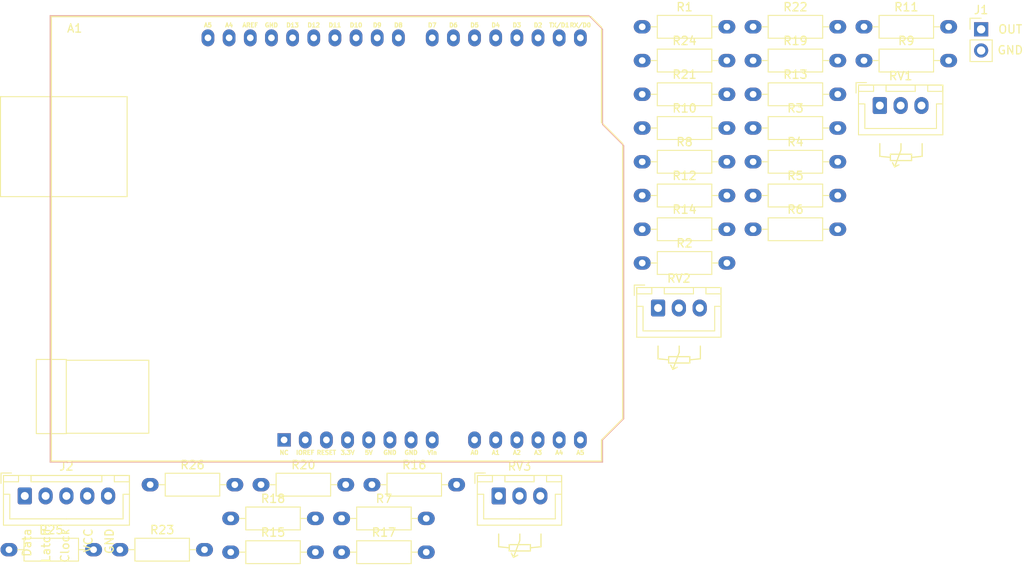
<source format=kicad_pcb>
(kicad_pcb (version 20240108) (generator "pcbnew") (generator_version "8.0")
  (layers (0 "F.Cu" signal) (31 "B.Cu" signal) (34 "B.Paste" user) (35 "F.Paste" user) (36 "B.SilkS" user "B.Silkscreen") (37 "F.SilkS" user "F.Silkscreen") (38 "B.Mask" user) (39 "F.Mask" user) (44 "Edge.Cuts" user))
  (net 0 "")
  (net 5 "Net-(A1-Pad5)")
  (net 7 "Net-(A1-Pad7)")
  (net 9 "Net-(A1-Pad9)")
  (net 10 "Net-(A1-Pad10)")
  (net 11 "Net-(A1-Pad11)")
  (net 15 "Net-(A1-Pad15)")
  (net 16 "Net-(A1-Pad16)")
  (net 17 "Net-(A1-Pad17)")
  (net 18 "Net-(A1-Pad18)")
  (net 19 "Net-(A1-Pad19)")
  (net 20 "Net-(A1-Pad20)")
  (net 21 "Net-(A1-Pad21)")
  (net 22 "Net-(A1-Pad22)")
  (net 23 "Net-(A1-Pad23)")
  (net 24 "Net-(A1-Pad24)")
  (net 25 "Net-(A1-Pad25)")
  (net 29 "Net-(A1-Pad29)")
  (net 33 "Net-(R17-Pad2)")
  (net 34 "+5V")
  (net 35 "GND")
  (net 36 "Net-(R1-Pad1)")
  (net 37 "Net-(R1-Pad2)")
  (net 38 "Net-(R11-Pad2)")
  (net 39 "Net-(R12-Pad2)")
  (net 40 "Net-(R13-Pad2)")
  (net 41 "Net-(R14-Pad2)")
  (net 42 "Net-(R15-Pad2)")
  (net 43 "Net-(R16-Pad2)")
  (net 44 "Net-(R18-Pad2)")
  (net 45 "Net-(R10-Pad1)")
  (net 46 "Net-(R11-Pad1)")
  (net 47 "Net-(R12-Pad1)")
  (net 48 "Net-(R13-Pad1)")
  (net 49 "Net-(R14-Pad1)")
  (net 50 "Net-(R15-Pad1)")
  (net 51 "Net-(R16-Pad1)")
  (net 52 "Net-(R17-Pad1)")
  (footprint "My_Misc:R_Axial_DIN0207_L6.3mm_D2.5mm_P10.16mm_Horizontal_large" (layer "F.Cu") (at 175.04 88.14)
    (property "Reference" "R5" (at 5.08 -2.37 0) (layer "F.SilkS"))
    (property "Value" "10k")
    (pad "1" thru_hole oval (at 0 0) (size 2.032 1.6) (drill 0.8) (layers "*.Cu" "*.Mask") (net 40 "Net-(R13-Pad2)"))
    (pad "2" thru_hole oval (at 10.16 0) (size 2.032 1.6) (drill 0.8) (layers "*.Cu" "*.Mask") (net 41 "Net-(R14-Pad2)"))
  )
  (footprint "My_Headers:3-pin JST Potentiometer" (layer "F.Cu") (at 163.63 101.64)
    (property "Reference" "RV2" (at 2.5 -3.55 0) (layer "F.SilkS"))
    (property "Value" "10k")
    (pad "1" thru_hole roundrect (at 0 0) (size 1.7 2.032) (drill 0.95) (layers "*.Cu" "*.Mask") (roundrect_rratio 0.147059) (net 5 "Net-(A1-Pad5)"))
    (pad "2" thru_hole oval (at 2.5 0) (size 1.7 2.032) (drill 0.95) (layers "*.Cu" "*.Mask") (net 10 "Net-(A1-Pad10)"))
    (pad "3" thru_hole oval (at 5 0) (size 1.7 2.032) (drill 0.95) (layers "*.Cu" "*.Mask") (net 7 "Net-(A1-Pad7)"))
  )
  (footprint "My_Misc:R_Axial_DIN0207_L6.3mm_D2.5mm_P10.16mm_Horizontal_large" (layer "F.Cu") (at 161.73 84.09)
    (property "Reference" "R8" (at 5.08 -2.37 0) (layer "F.SilkS"))
    (property "Value" "10k")
    (pad "1" thru_hole oval (at 0 0) (size 2.032 1.6) (drill 0.8) (layers "*.Cu" "*.Mask") (net 43 "Net-(R16-Pad2)"))
    (pad "2" thru_hole oval (at 10.16 0) (size 2.032 1.6) (drill 0.8) (layers "*.Cu" "*.Mask") (net 33 "Net-(R17-Pad2)"))
  )
  (footprint "My_Misc:R_Axial_DIN0207_L6.3mm_D2.5mm_P10.16mm_Horizontal_large" (layer "F.Cu") (at 175.04 84.09)
    (property "Reference" "R4" (at 5.08 -2.37 0) (layer "F.SilkS"))
    (property "Value" "10k")
    (pad "1" thru_hole oval (at 0 0) (size 2.032 1.6) (drill 0.8) (layers "*.Cu" "*.Mask") (net 39 "Net-(R12-Pad2)"))
    (pad "2" thru_hole oval (at 10.16 0) (size 2.032 1.6) (drill 0.8) (layers "*.Cu" "*.Mask") (net 40 "Net-(R13-Pad2)"))
  )
  (footprint "My_Misc:R_Axial_DIN0207_L6.3mm_D2.5mm_P10.16mm_Horizontal_large" (layer "F.Cu") (at 161.73 88.14)
    (property "Reference" "R12" (at 5.08 -2.37 0) (layer "F.SilkS"))
    (property "Value" "10k")
    (pad "1" thru_hole oval (at 0 0) (size 2.032 1.6) (drill 0.8) (layers "*.Cu" "*.Mask") (net 47 "Net-(R12-Pad1)"))
    (pad "2" thru_hole oval (at 10.16 0) (size 2.032 1.6) (drill 0.8) (layers "*.Cu" "*.Mask") (net 39 "Net-(R12-Pad2)"))
  )
  (footprint "My_Misc:R_Axial_DIN0207_L6.3mm_D2.5mm_P10.16mm_Horizontal_large" (layer "F.Cu") (at 188.35 71.94)
    (property "Reference" "R9" (at 5.08 -2.37 0) (layer "F.SilkS"))
    (property "Value" "10k")
    (pad "1" thru_hole oval (at 0 0) (size 2.032 1.6) (drill 0.8) (layers "*.Cu" "*.Mask") (net 44 "Net-(R18-Pad2)"))
    (pad "2" thru_hole oval (at 10.16 0) (size 2.032 1.6) (drill 0.8) (layers "*.Cu" "*.Mask") (net 36 "Net-(R1-Pad1)"))
  )
  (footprint "My_Misc:R_Axial_DIN0207_L6.3mm_D2.5mm_P10.16mm_Horizontal_large" (layer "F.Cu") (at 125.65 126.9)
    (property "Reference" "R7" (at 5.08 -2.37 0) (layer "F.SilkS"))
    (property "Value" "10k")
    (pad "1" thru_hole oval (at 0 0) (size 2.032 1.6) (drill 0.8) (layers "*.Cu" "*.Mask") (net 42 "Net-(R15-Pad2)"))
    (pad "2" thru_hole oval (at 10.16 0) (size 2.032 1.6) (drill 0.8) (layers "*.Cu" "*.Mask") (net 43 "Net-(R16-Pad2)"))
  )
  (footprint "My_Misc:R_Axial_DIN0207_L6.3mm_D2.5mm_P10.16mm_Horizontal_large" (layer "F.Cu") (at 161.73 80.04)
    (property "Reference" "R10" (at 5.08 -2.37 0) (layer "F.SilkS"))
    (property "Value" "10k")
    (pad "1" thru_hole oval (at 0 0) (size 2.032 1.6) (drill 0.8) (layers "*.Cu" "*.Mask") (net 45 "Net-(R10-Pad1)"))
    (pad "2" thru_hole oval (at 10.16 0) (size 2.032 1.6) (drill 0.8) (layers "*.Cu" "*.Mask") (net 37 "Net-(R1-Pad2)"))
  )
  (footprint "My_Misc:R_Axial_DIN0207_L6.3mm_D2.5mm_P10.16mm_Horizontal_large" (layer "F.Cu") (at 161.73 71.94)
    (property "Reference" "R24" (at 5.08 -2.37 0) (layer "F.SilkS"))
    (property "Value" "10k")
    (pad "1" thru_hole oval (at 0 0) (size 2.032 1.6) (drill 0.8) (layers "*.Cu" "*.Mask") (net 20 "Net-(A1-Pad20)"))
    (pad "2" thru_hole oval (at 10.16 0) (size 2.032 1.6) (drill 0.8) (layers "*.Cu" "*.Mask") (net 50 "Net-(R15-Pad1)"))
  )
  (footprint "My_Misc:R_Axial_DIN0207_L6.3mm_D2.5mm_P10.16mm_Horizontal_large" (layer "F.Cu") (at 161.73 75.99)
    (property "Reference" "R21" (at 5.08 -2.37 0) (layer "F.SilkS"))
    (property "Value" "10k")
    (pad "1" thru_hole oval (at 0 0) (size 2.032 1.6) (drill 0.8) (layers "*.Cu" "*.Mask") (net 17 "Net-(A1-Pad17)"))
    (pad "2" thru_hole oval (at 10.16 0) (size 2.032 1.6) (drill 0.8) (layers "*.Cu" "*.Mask") (net 47 "Net-(R12-Pad1)"))
  )
  (footprint "My_Misc:R_Axial_DIN0207_L6.3mm_D2.5mm_P10.16mm_Horizontal_large" (layer "F.Cu") (at 112.34 130.95)
    (property "Reference" "R15" (at 5.08 -2.37 0) (layer "F.SilkS"))
    (property "Value" "10k")
    (pad "1" thru_hole oval (at 0 0) (size 2.032 1.6) (drill 0.8) (layers "*.Cu" "*.Mask") (net 50 "Net-(R15-Pad1)"))
    (pad "2" thru_hole oval (at 10.16 0) (size 2.032 1.6) (drill 0.8) (layers "*.Cu" "*.Mask") (net 42 "Net-(R15-Pad2)"))
  )
  (footprint "My_Misc:R_Axial_DIN0207_L6.3mm_D2.5mm_P10.16mm_Horizontal_large" (layer "F.Cu") (at 112.34 126.9)
    (property "Reference" "R18" (at 5.08 -2.37 0) (layer "F.SilkS"))
    (property "Value" "10k")
    (pad "1" thru_hole oval (at 0 0) (size 2.032 1.6) (drill 0.8) (layers "*.Cu" "*.Mask") (net 29 "Net-(A1-Pad29)"))
    (pad "2" thru_hole oval (at 10.16 0) (size 2.032 1.6) (drill 0.8) (layers "*.Cu" "*.Mask") (net 44 "Net-(R18-Pad2)"))
  )
  (footprint "My_Misc:R_Axial_DIN0207_L6.3mm_D2.5mm_P10.16mm_Horizontal_large" (layer "F.Cu") (at 175.04 75.99)
    (property "Reference" "R13" (at 5.08 -2.37 0) (layer "F.SilkS"))
    (property "Value" "10k")
    (pad "1" thru_hole oval (at 0 0) (size 2.032 1.6) (drill 0.8) (layers "*.Cu" "*.Mask") (net 48 "Net-(R13-Pad1)"))
    (pad "2" thru_hole oval (at 10.16 0) (size 2.032 1.6) (drill 0.8) (layers "*.Cu" "*.Mask") (net 40 "Net-(R13-Pad2)"))
  )
  (footprint "My_Misc:R_Axial_DIN0207_L6.3mm_D2.5mm_P10.16mm_Horizontal_large" (layer "F.Cu") (at 161.73 92.19)
    (property "Reference" "R14" (at 5.08 -2.37 0) (layer "F.SilkS"))
    (property "Value" "10k")
    (pad "1" thru_hole oval (at 0 0) (size 2.032 1.6) (drill 0.8) (layers "*.Cu" "*.Mask") (net 49 "Net-(R14-Pad1)"))
    (pad "2" thru_hole oval (at 10.16 0) (size 2.032 1.6) (drill 0.8) (layers "*.Cu" "*.Mask") (net 41 "Net-(R14-Pad2)"))
  )
  (footprint "My_Misc:R_Axial_DIN0207_L6.3mm_D2.5mm_P10.16mm_Horizontal_large" (layer "F.Cu") (at 161.73 96.24)
    (property "Reference" "R2" (at 5.08 -2.37 0) (layer "F.SilkS"))
    (property "Value" "10k")
    (pad "1" thru_hole oval (at 0 0) (size 2.032 1.6) (drill 0.8) (layers "*.Cu" "*.Mask") (net 37 "Net-(R1-Pad2)"))
    (pad "2" thru_hole oval (at 10.16 0) (size 2.032 1.6) (drill 0.8) (layers "*.Cu" "*.Mask") (net 38 "Net-(R11-Pad2)"))
  )
  (footprint "My_Misc:R_Axial_DIN0207_L6.3mm_D2.5mm_P10.16mm_Horizontal_large" (layer "F.Cu") (at 175.04 71.94)
    (property "Reference" "R19" (at 5.08 -2.37 0) (layer "F.SilkS"))
    (property "Value" "10k")
    (pad "1" thru_hole oval (at 0 0) (size 2.032 1.6) (drill 0.8) (layers "*.Cu" "*.Mask") (net 15 "Net-(A1-Pad15)"))
    (pad "2" thru_hole oval (at 10.16 0) (size 2.032 1.6) (drill 0.8) (layers "*.Cu" "*.Mask") (net 45 "Net-(R10-Pad1)"))
  )
  (footprint "My_Arduino:Arduino_UNO_R3_shield_large" (layer "F.Cu") (at 90.805 66.675)
    (property "Reference" "A1" (at 2.8 1.4 180) (layer "F.SilkS"))
    (property "Value" "Arduino_UNO_R3")
    (fp_text user "D11" (at 34.036 1.016 0) (layer "F.SilkS") (effects (font (size 0.508 0.508) (thickness 0.127))))
    (fp_text user "D10" (at 36.576 1.016 0) (layer "F.SilkS") (effects (font (size 0.508 0.508) (thickness 0.127))))
    (fp_text user "RESET" (at 33.02 52.324 0) (layer "F.SilkS") (effects (font (size 0.508 0.508) (thickness 0.127))))
    (fp_text user "RX/D0" (at 63.5 1.016 0) (layer "F.SilkS") (effects (font (size 0.508 0.508) (thickness 0.127))))
    (fp_text user "D4" (at 53.34 1.016 0) (layer "F.SilkS") (effects (font (size 0.508 0.508) (thickness 0.127))))
    (fp_text user "Vin" (at 45.72 52.324 0) (layer "F.SilkS") (effects (font (size 0.508 0.508) (thickness 0.127))))
    (fp_text user "NC" (at 27.94 52.324 0) (layer "F.SilkS") (effects (font (size 0.508 0.508) (thickness 0.127))))
    (fp_text user "D6" (at 48.26 1.016 0) (layer "F.SilkS") (effects (font (size 0.508 0.508) (thickness 0.127))))
    (fp_text user "5V" (at 38.1 52.324 0) (layer "F.SilkS") (effects (font (size 0.508 0.508) (thickness 0.127))))
    (fp_text user "TX/D1" (at 60.96 1.016 0) (layer "F.SilkS") (effects (font (size 0.508 0.508) (thickness 0.127))))
    (fp_text user "A4" (at 21.336 1.016 0) (layer "F.SilkS") (effects (font (size 0.508 0.508) (thickness 0.127))))
    (fp_text user "A0" (at 50.8 52.324 0) (layer "F.SilkS") (effects (font (size 0.508 0.508) (thickness 0.127))))
    (fp_text user "A3" (at 58.42 52.324 0) (layer "F.SilkS") (effects (font (size 0.508 0.508) (thickness 0.127))))
    (fp_text user "A4" (at 60.96 52.324 0) (layer "F.SilkS") (effects (font (size 0.508 0.508) (thickness 0.127))))
    (fp_text user "A5" (at 18.796 1.016 0) (layer "F.SilkS") (effects (font (size 0.508 0.508) (thickness 0.127))))
    (fp_text user "D7" (at 45.72 1.016 0) (layer "F.SilkS") (effects (font (size 0.508 0.508) (thickness 0.127))))
    (fp_text user "D3" (at 55.88 1.016 0) (layer "F.SilkS") (effects (font (size 0.508 0.508) (thickness 0.127))))
    (fp_text user "GND" (at 26.416 1.016 0) (layer "F.SilkS") (effects (font (size 0.508 0.508) (thickness 0.127))))
    (fp_text user "D2" (at 58.42 1.016 0) (layer "F.SilkS") (effects (font (size 0.508 0.508) (thickness 0.127))))
    (fp_text user "D12" (at 31.496 1.016 0) (layer "F.SilkS") (effects (font (size 0.508 0.508) (thickness 0.127))))
    (fp_text user "GND" (at 43.18 52.324 0) (layer "F.SilkS") (effects (font (size 0.508 0.508) (thickness 0.127))))
    (fp_text user "3.3V" (at 35.56 52.324 0) (layer "F.SilkS") (effects (font (size 0.508 0.508) (thickness 0.127))))
    (fp_text user "GND" (at 40.64 52.324 0) (layer "F.SilkS") (effects (font (size 0.508 0.508) (thickness 0.127))))
    (fp_text user "A1" (at 53.34 52.324 0) (layer "F.SilkS") (effects (font (size 0.508 0.508) (thickness 0.127))))
    (fp_text user "D5" (at 50.8 1.016 0) (layer "F.SilkS") (effects (font (size 0.508 0.508) (thickness 0.127))))
    (fp_text user "D9" (at 39.116 1.016 0) (layer "F.SilkS") (effects (font (size 0.508 0.508) (thickness 0.127))))
    (fp_text user "D13" (at 28.956 1.016 0) (layer "F.SilkS") (effects (font (size 0.508 0.508) (thickness 0.127))))
    (fp_text user "A5" (at 63.5 52.324 0) (layer "F.SilkS") (effects (font (size 0.508 0.508) (thickness 0.127))))
    (fp_text user "D8" (at 41.656 1.016 0) (layer "F.SilkS") (effects (font (size 0.508 0.508) (thickness 0.127))))
    (fp_text user "A2" (at 55.88 52.324 0) (layer "F.SilkS") (effects (font (size 0.508 0.508) (thickness 0.127))))
    (fp_text user "IOREF" (at 30.48 52.324 0) (layer "F.SilkS") (effects (font (size 0.508 0.508) (thickness 0.127))))
    (fp_text user "AREF" (at 23.876 1.016 0) (layer "F.SilkS") (effects (font (size 0.508 0.508) (thickness 0.127))))
    (pad "" np_thru_hole circle (at 14.2 50.34) (size 3.2 3.2) (drill 3.2) (layers "F&B.Cu" "*.Mask"))
    (pad "" np_thru_hole circle (at 15.3 2.54) (size 3.2 3.2) (drill 3.2) (layers "F&B.Cu" "*.Mask"))
    (pad "" np_thru_hole circle (at 66.1 17.74) (size 3.2 3.2) (drill 3.2) (layers "F&B.Cu" "*.Mask"))
    (pad "" np_thru_hole circle (at 66.1 45.64) (size 3.2 3.2) (drill 3.2) (layers "F&B.Cu" "*.Mask"))
    (pad "1" thru_hole rect (at 27.94 50.8 270) (size 1.6 1.6) (drill 0.8) (layers "*.Cu" "*.Mask"))
    (pad "2" thru_hole oval (at 30.48 50.8 270) (size 2.032 1.524) (drill 0.8) (layers "*.Cu" "*.Mask"))
    (pad "3" thru_hole oval (at 33.02 50.8 270) (size 2.032 1.524) (drill 0.8) (layers "*.Cu" "*.Mask"))
    (pad "4" thru_hole oval (at 35.56 50.8 270) (size 2.032 1.524) (drill 0.8) (layers "*.Cu" "*.Mask"))
    (pad "5" thru_hole oval (at 38.1 50.8 270) (size 2.032 1.524) (drill 0.8) (layers "*.Cu" "*.Mask") (net 5 "Net-(A1-Pad5)"))
    (pad "6" thru_hole oval (at 40.64 50.8 270) (size 2.032 1.524) (drill 0.8) (layers "*.Cu" "*.Mask"))
    (pad "7" thru_hole oval (at 43.18 50.8 270) (size 2.032 1.524) (drill 0.8) (layers "*.Cu" "*.Mask") (net 7 "Net-(A1-Pad7)"))
    (pad "8" thru_hole oval (at 45.72 50.8 270) (size 2.032 1.524) (drill 0.8) (layers "*.Cu" "*.Mask"))
    (pad "9" thru_hole oval (at 50.8 50.8 270) (size 2.032 1.524) (drill 0.8) (layers "*.Cu" "*.Mask") (net 9 "Net-(A1-Pad9)"))
    (pad "10" thru_hole oval (at 53.34 50.8 270) (size 2.032 1.524) (drill 0.8) (layers "*.Cu" "*.Mask") (net 10 "Net-(A1-Pad10)"))
    (pad "11" thru_hole oval (at 55.88 50.8 270) (size 2.032 1.524) (drill 0.8) (layers "*.Cu" "*.Mask") (net 11 "Net-(A1-Pad11)"))
    (pad "12" thru_hole oval (at 58.42 50.8 270) (size 2.032 1.524) (drill 0.8) (layers "*.Cu" "*.Mask"))
    (pad "13" thru_hole oval (at 60.96 50.8 270) (size 2.032 1.524) (drill 0.8) (layers "*.Cu" "*.Mask"))
    (pad "14" thru_hole oval (at 63.5 50.8 270) (size 2.032 1.524) (drill 0.8) (layers "*.Cu" "*.Mask"))
    (pad "15" thru_hole oval (at 63.5 2.54 270) (size 2.032 1.524) (drill 0.8) (layers "*.Cu" "*.Mask") (net 15 "Net-(A1-Pad15)"))
    (pad "16" thru_hole oval (at 60.96 2.54 270) (size 2.032 1.524) (drill 0.8) (layers "*.Cu" "*.Mask") (net 16 "Net-(A1-Pad16)"))
    (pad "17" thru_hole oval (at 58.42 2.54 270) (size 2.032 1.524) (drill 0.8) (layers "*.Cu" "*.Mask") (net 17 "Net-(A1-Pad17)"))
    (pad "18" thru_hole oval (at 55.88 2.54 270) (size 2.032 1.524) (drill 0.8) (layers "*.Cu" "*.Mask") (net 18 "Net-(A1-Pad18)"))
    (pad "19" thru_hole oval (at 53.34 2.54 270) (size 2.032 1.524) (drill 0.8) (layers "*.Cu" "*.Mask") (net 19 "Net-(A1-Pad19)"))
    (pad "20" thru_hole oval (at 50.8 2.54 270) (size 2.032 1.524) (drill 0.8) (layers "*.Cu" "*.Mask") (net 20 "Net-(A1-Pad20)"))
    (pad "21" thru_hole oval (at 48.26 2.54 270) (size 2.032 1.524) (drill 0.8) (layers "*.Cu" "*.Mask") (net 21 "Net-(A1-Pad21)"))
    (pad "22" thru_hole oval (at 45.72 2.54 270) (size 2.032 1.524) (drill 0.8) (layers "*.Cu" "*.Mask") (net 22 "Net-(A1-Pad22)"))
    (pad "23" thru_hole oval (at 41.66 2.54 270) (size 2.032 1.524) (drill 0.8) (layers "*.Cu" "*.Mask") (net 23 "Net-(A1-Pad23)"))
    (pad "24" thru_hole oval (at 39.12 2.54 270) (size 2.032 1.524) (drill 0.8) (layers "*.Cu" "*.Mask") (net 24 "Net-(A1-Pad24)"))
    (pad "25" thru_hole oval (at 36.58 2.54 270) (size 2.032 1.524) (drill 0.8) (layers "*.Cu" "*.Mask") (net 25 "Net-(A1-Pad25)"))
    (pad "26" thru_hole oval (at 34.04 2.54 270) (size 2.032 1.524) (drill 0.8) (layers "*.Cu" "*.Mask"))
    (pad "27" thru_hole oval (at 31.5 2.54 270) (size 2.032 1.524) (drill 0.8) (layers "*.Cu" "*.Mask"))
    (pad "28" thru_hole oval (at 28.96 2.54 270) (size 2.032 1.524) (drill 0.8) (layers "*.Cu" "*.Mask"))
    (pad "29" thru_hole oval (at 26.42 2.54 270) (size 2.032 1.524) (drill 0.8) (layers "*.Cu" "*.Mask") (net 29 "Net-(A1-Pad29)"))
    (pad "30" thru_hole oval (at 23.88 2.54 270) (size 2.032 1.524) (drill 0.8) (layers "*.Cu" "*.Mask"))
    (pad "31" thru_hole oval (at 21.34 2.54 270) (size 2.032 1.524) (drill 0.8) (layers "*.Cu" "*.Mask"))
    (pad "32" thru_hole oval (at 18.799988 2.54 270) (size 2.032 1.524) (drill 0.8) (layers "*.Cu" "*.Mask"))
  )
  (footprint "My_Headers:3-pin JST Potentiometer" (layer "F.Cu") (at 144.5 124.2)
    (property "Reference" "RV3" (at 2.5 -3.55 0) (layer "F.SilkS"))
    (property "Value" "10k")
    (pad "1" thru_hole roundrect (at 0 0) (size 1.7 2.032) (drill 0.95) (layers "*.Cu" "*.Mask") (roundrect_rratio 0.147059) (net 5 "Net-(A1-Pad5)"))
    (pad "2" thru_hole oval (at 2.5 0) (size 1.7 2.032) (drill 0.95) (layers "*.Cu" "*.Mask") (net 11 "Net-(A1-Pad11)"))
    (pad "3" thru_hole oval (at 5 0) (size 1.7 2.032) (drill 0.95) (layers "*.Cu" "*.Mask") (net 7 "Net-(A1-Pad7)"))
  )
  (footprint "My_Misc:R_Axial_DIN0207_L6.3mm_D2.5mm_P10.16mm_Horizontal_large" (layer "F.Cu") (at 99.03 130.65)
    (property "Reference" "R23" (at 5.08 -2.37 0) (layer "F.SilkS"))
    (property "Value" "10k")
    (pad "1" thru_hole oval (at 0 0) (size 2.032 1.6) (drill 0.8) (layers "*.Cu" "*.Mask") (net 19 "Net-(A1-Pad19)"))
    (pad "2" thru_hole oval (at 10.16 0) (size 2.032 1.6) (drill 0.8) (layers "*.Cu" "*.Mask") (net 49 "Net-(R14-Pad1)"))
  )
  (footprint "My_Misc:R_Axial_DIN0207_L6.3mm_D2.5mm_P10.16mm_Horizontal_large" (layer "F.Cu") (at 161.73 67.89)
    (property "Reference" "R1" (at 5.08 -2.37 0) (layer "F.SilkS"))
    (property "Value" "10k")
    (pad "1" thru_hole oval (at 0 0) (size 2.032 1.6) (drill 0.8) (layers "*.Cu" "*.Mask") (net 36 "Net-(R1-Pad1)"))
    (pad "2" thru_hole oval (at 10.16 0) (size 2.032 1.6) (drill 0.8) (layers "*.Cu" "*.Mask") (net 37 "Net-(R1-Pad2)"))
  )
  (footprint "My_Headers:5-pin JST LCD" (layer "F.Cu") (at 87.62 124.2)
    (property "Reference" "J2" (at 5 -3.55 0) (layer "F.SilkS"))
    (property "Value" "5-pin_LCD")
    (fp_text user "GND" (at 10.16 3.81 90) (layer "F.SilkS") (effects (justify right)))
    (fp_text user "Latch" (at 2.54 3.81 90) (layer "F.SilkS") (effects (justify right)))
    (fp_text user "Clock" (at 4.826 3.81 90) (layer "F.SilkS") (effects (justify right)))
    (fp_text user "VCC" (at 7.62 3.81 90) (layer "F.SilkS") (effects (justify right)))
    (fp_text user "Data" (at 0.254 3.81 90) (layer "F.SilkS") (effects (justify right)))
    (pad "1" thru_hole roundrect (at 0 0) (size 1.7 2.032) (drill 0.95) (layers "*.Cu" "*.Mask") (roundrect_rratio 0.147059) (net 23 "Net-(A1-Pad23)"))
    (pad "2" thru_hole oval (at 2.5 0) (size 1.7 2.032) (drill 0.95) (layers "*.Cu" "*.Mask") (net 24 "Net-(A1-Pad24)"))
    (pad "3" thru_hole oval (at 5 0) (size 1.7 2.032) (drill 0.95) (layers "*.Cu" "*.Mask") (net 25 "Net-(A1-Pad25)"))
    (pad "4" thru_hole oval (at 7.5 0) (size 1.7 2.032) (drill 0.95) (layers "*.Cu" "*.Mask") (net 34 "+5V"))
    (pad "5" thru_hole oval (at 10 0) (size 1.7 2.032) (drill 0.95) (layers "*.Cu" "*.Mask") (net 35 "GND"))
  )
  (footprint "My_Misc:R_Axial_DIN0207_L6.3mm_D2.5mm_P10.16mm_Horizontal_large" (layer "F.Cu") (at 125.65 130.95)
    (property "Reference" "R17" (at 5.08 -2.37 0) (layer "F.SilkS"))
    (property "Value" "10k")
    (pad "1" thru_hole oval (at 0 0) (size 2.032 1.6) (drill 0.8) (layers "*.Cu" "*.Mask") (net 52 "Net-(R17-Pad1)"))
    (pad "2" thru_hole oval (at 10.16 0) (size 2.032 1.6) (drill 0.8) (layers "*.Cu" "*.Mask") (net 33 "Net-(R17-Pad2)"))
  )
  (footprint "My_Misc:R_Axial_DIN0207_L6.3mm_D2.5mm_P10.16mm_Horizontal_large" (layer "F.Cu") (at 188.35 67.89)
    (property "Reference" "R11" (at 5.08 -2.37 0) (layer "F.SilkS"))
    (property "Value" "10k")
    (pad "1" thru_hole oval (at 0 0) (size 2.032 1.6) (drill 0.8) (layers "*.Cu" "*.Mask") (net 46 "Net-(R11-Pad1)"))
    (pad "2" thru_hole oval (at 10.16 0) (size 2.032 1.6) (drill 0.8) (layers "*.Cu" "*.Mask") (net 38 "Net-(R11-Pad2)"))
  )
  (footprint "My_Misc:R_Axial_DIN0207_L6.3mm_D2.5mm_P10.16mm_Horizontal_large" (layer "F.Cu") (at 85.72 130.65)
    (property "Reference" "R25" (at 5.08 -2.37 0) (layer "F.SilkS"))
    (property "Value" "10k")
    (pad "1" thru_hole oval (at 0 0) (size 2.032 1.6) (drill 0.8) (layers "*.Cu" "*.Mask") (net 21 "Net-(A1-Pad21)"))
    (pad "2" thru_hole oval (at 10.16 0) (size 2.032 1.6) (drill 0.8) (layers "*.Cu" "*.Mask") (net 51 "Net-(R16-Pad1)"))
  )
  (footprint "My_Misc:R_Axial_DIN0207_L6.3mm_D2.5mm_P10.16mm_Horizontal_large" (layer "F.Cu") (at 129.29 122.85)
    (property "Reference" "R16" (at 5.08 -2.37 0) (layer "F.SilkS"))
    (property "Value" "10k")
    (pad "1" thru_hole oval (at 0 0) (size 2.032 1.6) (drill 0.8) (layers "*.Cu" "*.Mask") (net 51 "Net-(R16-Pad1)"))
    (pad "2" thru_hole oval (at 10.16 0) (size 2.032 1.6) (drill 0.8) (layers "*.Cu" "*.Mask") (net 43 "Net-(R16-Pad2)"))
  )
  (footprint "My_Misc:R_Axial_DIN0207_L6.3mm_D2.5mm_P10.16mm_Horizontal_large" (layer "F.Cu") (at 175.04 67.89)
    (property "Reference" "R22" (at 5.08 -2.37 0) (layer "F.SilkS"))
    (property "Value" "10k")
    (pad "1" thru_hole oval (at 0 0) (size 2.032 1.6) (drill 0.8) (layers "*.Cu" "*.Mask") (net 18 "Net-(A1-Pad18)"))
    (pad "2" thru_hole oval (at 10.16 0) (size 2.032 1.6) (drill 0.8) (layers "*.Cu" "*.Mask") (net 48 "Net-(R13-Pad1)"))
  )
  (footprint "My_Headers:3-pin JST Potentiometer" (layer "F.Cu") (at 190.25 77.34)
    (property "Reference" "RV1" (at 2.5 -3.55 0) (layer "F.SilkS"))
    (property "Value" "10k")
    (pad "1" thru_hole roundrect (at 0 0) (size 1.7 2.032) (drill 0.95) (layers "*.Cu" "*.Mask") (roundrect_rratio 0.147059) (net 5 "Net-(A1-Pad5)"))
    (pad "2" thru_hole oval (at 2.5 0) (size 1.7 2.032) (drill 0.95) (layers "*.Cu" "*.Mask") (net 9 "Net-(A1-Pad9)"))
    (pad "3" thru_hole oval (at 5 0) (size 1.7 2.032) (drill 0.95) (layers "*.Cu" "*.Mask") (net 7 "Net-(A1-Pad7)"))
  )
  (footprint "My_Misc:R_Axial_DIN0207_L6.3mm_D2.5mm_P10.16mm_Horizontal_large" (layer "F.Cu") (at 115.98 122.85)
    (property "Reference" "R20" (at 5.08 -2.37 0) (layer "F.SilkS"))
    (property "Value" "10k")
    (pad "1" thru_hole oval (at 0 0) (size 2.032 1.6) (drill 0.8) (layers "*.Cu" "*.Mask") (net 16 "Net-(A1-Pad16)"))
    (pad "2" thru_hole oval (at 10.16 0) (size 2.032 1.6) (drill 0.8) (layers "*.Cu" "*.Mask") (net 46 "Net-(R11-Pad1)"))
  )
  (footprint "My_Misc:R_Axial_DIN0207_L6.3mm_D2.5mm_P10.16mm_Horizontal_large" (layer "F.Cu") (at 175.04 80.04)
    (property "Reference" "R3" (at 5.08 -2.37 0) (layer "F.SilkS"))
    (property "Value" "10k")
    (pad "1" thru_hole oval (at 0 0) (size 2.032 1.6) (drill 0.8) (layers "*.Cu" "*.Mask") (net 38 "Net-(R11-Pad2)"))
    (pad "2" thru_hole oval (at 10.16 0) (size 2.032 1.6) (drill 0.8) (layers "*.Cu" "*.Mask") (net 39 "Net-(R12-Pad2)"))
  )
  (footprint "My_Headers:2-pin_Output_header" (layer "F.Cu") (at 202.41 68.19)
    (property "Reference" "J1" (at 0 -2.33 0) (layer "F.SilkS"))
    (property "Value" "Output")
    (fp_text user "OUT" (at 3.5 0 0) (layer "F.SilkS"))
    (fp_text user "GND" (at 3.5 2.5 0) (layer "F.SilkS"))
    (pad "1" thru_hole rect (at 0 0) (size 1.7 1.7) (drill 1) (layers "*.Cu" "*.Mask") (net 33 "Net-(R17-Pad2)"))
    (pad "2" thru_hole oval (at 0 2.54) (size 1.7 1.7) (drill 1) (layers "*.Cu" "*.Mask") (net 29 "Net-(A1-Pad29)"))
  )
  (footprint "My_Misc:R_Axial_DIN0207_L6.3mm_D2.5mm_P10.16mm_Horizontal_large" (layer "F.Cu") (at 175.04 92.19)
    (property "Reference" "R6" (at 5.08 -2.37 0) (layer "F.SilkS"))
    (property "Value" "10k")
    (pad "1" thru_hole oval (at 0 0) (size 2.032 1.6) (drill 0.8) (layers "*.Cu" "*.Mask") (net 41 "Net-(R14-Pad2)"))
    (pad "2" thru_hole oval (at 10.16 0) (size 2.032 1.6) (drill 0.8) (layers "*.Cu" "*.Mask") (net 42 "Net-(R15-Pad2)"))
  )
  (footprint "My_Misc:R_Axial_DIN0207_L6.3mm_D2.5mm_P10.16mm_Horizontal_large" (layer "F.Cu") (at 102.67 122.85)
    (property "Reference" "R26" (at 5.08 -2.37 0) (layer "F.SilkS"))
    (property "Value" "10k")
    (pad "1" thru_hole oval (at 0 0) (size 2.032 1.6) (drill 0.8) (layers "*.Cu" "*.Mask") (net 22 "Net-(A1-Pad22)"))
    (pad "2" thru_hole oval (at 10.16 0) (size 2.032 1.6) (drill 0.8) (layers "*.Cu" "*.Mask") (net 52 "Net-(R17-Pad1)"))
  )
)
</source>
